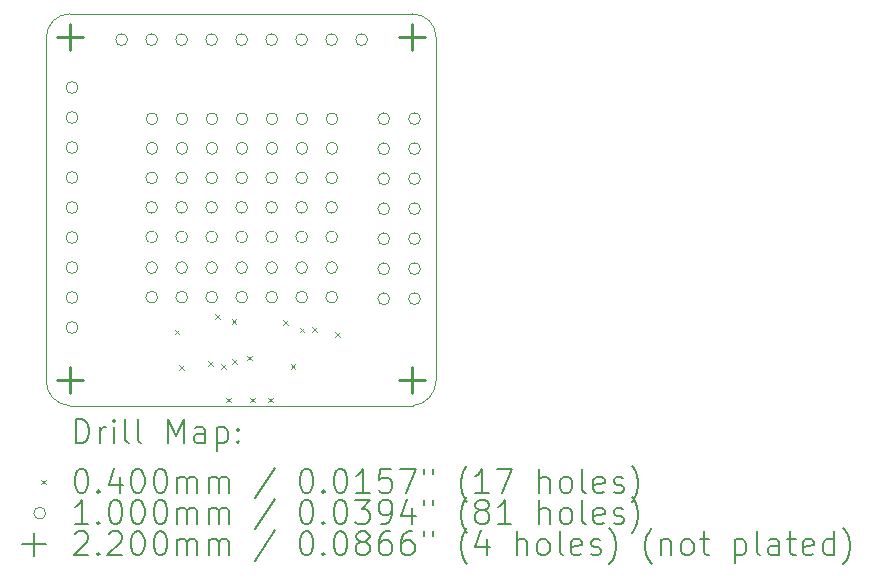
<source format=gbr>
%FSLAX45Y45*%
G04 Gerber Fmt 4.5, Leading zero omitted, Abs format (unit mm)*
G04 Created by KiCad (PCBNEW (6.0.5)) date 2022-07-08 11:42:06*
%MOMM*%
%LPD*%
G01*
G04 APERTURE LIST*
%TA.AperFunction,Profile*%
%ADD10C,0.100000*%
%TD*%
%ADD11C,0.200000*%
%ADD12C,0.040000*%
%ADD13C,0.100000*%
%ADD14C,0.220000*%
G04 APERTURE END LIST*
D10*
X12651579Y-3111421D02*
X12651579Y-6011421D01*
X15755000Y-6230001D02*
G75*
G03*
X15953579Y-6011421I-21010J218581D01*
G01*
X15953579Y-3111421D02*
X15953579Y-6011421D01*
X12853579Y-2911421D02*
X15753579Y-2911421D01*
X15953579Y-3111421D02*
G75*
G03*
X15753579Y-2911421I-199999J1D01*
G01*
X12853579Y-2911419D02*
G75*
G03*
X12651579Y-3111421I1J-202011D01*
G01*
X12651571Y-6011421D02*
G75*
G03*
X12855000Y-6230000I209409J-9059D01*
G01*
X12855000Y-6230000D02*
X15755000Y-6230000D01*
D11*
D12*
X13740000Y-5585000D02*
X13780000Y-5625000D01*
X13780000Y-5585000D02*
X13740000Y-5625000D01*
X13779950Y-5887402D02*
X13819950Y-5927402D01*
X13819950Y-5887402D02*
X13779950Y-5927402D01*
X14020000Y-5850000D02*
X14060000Y-5890000D01*
X14060000Y-5850000D02*
X14020000Y-5890000D01*
X14085000Y-5455000D02*
X14125000Y-5495000D01*
X14125000Y-5455000D02*
X14085000Y-5495000D01*
X14130000Y-5880000D02*
X14170000Y-5920000D01*
X14170000Y-5880000D02*
X14130000Y-5920000D01*
X14175000Y-6160000D02*
X14215000Y-6200000D01*
X14215000Y-6160000D02*
X14175000Y-6200000D01*
X14222147Y-5494036D02*
X14262147Y-5534036D01*
X14262147Y-5494036D02*
X14222147Y-5534036D01*
X14225000Y-5835000D02*
X14265000Y-5875000D01*
X14265000Y-5835000D02*
X14225000Y-5875000D01*
X14355000Y-5805000D02*
X14395000Y-5845000D01*
X14395000Y-5805000D02*
X14355000Y-5845000D01*
X14380000Y-6160000D02*
X14420000Y-6200000D01*
X14420000Y-6160000D02*
X14380000Y-6200000D01*
X14530000Y-6160000D02*
X14570000Y-6200000D01*
X14570000Y-6160000D02*
X14530000Y-6200000D01*
X14659902Y-5505000D02*
X14699902Y-5545000D01*
X14699902Y-5505000D02*
X14659902Y-5545000D01*
X14659902Y-5505000D02*
X14699902Y-5545000D01*
X14699902Y-5505000D02*
X14659902Y-5545000D01*
X14721318Y-5880064D02*
X14761318Y-5920064D01*
X14761318Y-5880064D02*
X14721318Y-5920064D01*
X14798298Y-5569242D02*
X14838298Y-5609242D01*
X14838298Y-5569242D02*
X14798298Y-5609242D01*
X14905000Y-5565000D02*
X14945000Y-5605000D01*
X14945000Y-5565000D02*
X14905000Y-5605000D01*
X15095000Y-5605000D02*
X15135000Y-5645000D01*
X15135000Y-5605000D02*
X15095000Y-5645000D01*
D13*
X12920000Y-3535000D02*
G75*
G03*
X12920000Y-3535000I-50000J0D01*
G01*
X12920000Y-3789000D02*
G75*
G03*
X12920000Y-3789000I-50000J0D01*
G01*
X12920000Y-4043000D02*
G75*
G03*
X12920000Y-4043000I-50000J0D01*
G01*
X12920000Y-4297000D02*
G75*
G03*
X12920000Y-4297000I-50000J0D01*
G01*
X12920000Y-4551000D02*
G75*
G03*
X12920000Y-4551000I-50000J0D01*
G01*
X12920000Y-4805000D02*
G75*
G03*
X12920000Y-4805000I-50000J0D01*
G01*
X12920000Y-5059000D02*
G75*
G03*
X12920000Y-5059000I-50000J0D01*
G01*
X12920000Y-5313000D02*
G75*
G03*
X12920000Y-5313000I-50000J0D01*
G01*
X12920000Y-5567000D02*
G75*
G03*
X12920000Y-5567000I-50000J0D01*
G01*
X13340000Y-3130000D02*
G75*
G03*
X13340000Y-3130000I-50000J0D01*
G01*
X13594000Y-3130000D02*
G75*
G03*
X13594000Y-3130000I-50000J0D01*
G01*
X13595000Y-4300000D02*
G75*
G03*
X13595000Y-4300000I-50000J0D01*
G01*
X13595000Y-4550000D02*
G75*
G03*
X13595000Y-4550000I-50000J0D01*
G01*
X13595000Y-4800000D02*
G75*
G03*
X13595000Y-4800000I-50000J0D01*
G01*
X13595000Y-5060000D02*
G75*
G03*
X13595000Y-5060000I-50000J0D01*
G01*
X13595000Y-5310000D02*
G75*
G03*
X13595000Y-5310000I-50000J0D01*
G01*
X13597500Y-3800000D02*
G75*
G03*
X13597500Y-3800000I-50000J0D01*
G01*
X13597500Y-4050000D02*
G75*
G03*
X13597500Y-4050000I-50000J0D01*
G01*
X13848000Y-3130000D02*
G75*
G03*
X13848000Y-3130000I-50000J0D01*
G01*
X13849000Y-4300000D02*
G75*
G03*
X13849000Y-4300000I-50000J0D01*
G01*
X13849000Y-4550000D02*
G75*
G03*
X13849000Y-4550000I-50000J0D01*
G01*
X13849000Y-4800000D02*
G75*
G03*
X13849000Y-4800000I-50000J0D01*
G01*
X13849000Y-5060000D02*
G75*
G03*
X13849000Y-5060000I-50000J0D01*
G01*
X13849000Y-5310000D02*
G75*
G03*
X13849000Y-5310000I-50000J0D01*
G01*
X13851500Y-3800000D02*
G75*
G03*
X13851500Y-3800000I-50000J0D01*
G01*
X13851500Y-4050000D02*
G75*
G03*
X13851500Y-4050000I-50000J0D01*
G01*
X14102000Y-3130000D02*
G75*
G03*
X14102000Y-3130000I-50000J0D01*
G01*
X14103000Y-4300000D02*
G75*
G03*
X14103000Y-4300000I-50000J0D01*
G01*
X14103000Y-4550000D02*
G75*
G03*
X14103000Y-4550000I-50000J0D01*
G01*
X14103000Y-4800000D02*
G75*
G03*
X14103000Y-4800000I-50000J0D01*
G01*
X14103000Y-5060000D02*
G75*
G03*
X14103000Y-5060000I-50000J0D01*
G01*
X14103000Y-5310000D02*
G75*
G03*
X14103000Y-5310000I-50000J0D01*
G01*
X14105500Y-3800000D02*
G75*
G03*
X14105500Y-3800000I-50000J0D01*
G01*
X14105500Y-4050000D02*
G75*
G03*
X14105500Y-4050000I-50000J0D01*
G01*
X14356000Y-3130000D02*
G75*
G03*
X14356000Y-3130000I-50000J0D01*
G01*
X14357000Y-4300000D02*
G75*
G03*
X14357000Y-4300000I-50000J0D01*
G01*
X14357000Y-4550000D02*
G75*
G03*
X14357000Y-4550000I-50000J0D01*
G01*
X14357000Y-4800000D02*
G75*
G03*
X14357000Y-4800000I-50000J0D01*
G01*
X14357000Y-5060000D02*
G75*
G03*
X14357000Y-5060000I-50000J0D01*
G01*
X14357000Y-5310000D02*
G75*
G03*
X14357000Y-5310000I-50000J0D01*
G01*
X14359500Y-3800000D02*
G75*
G03*
X14359500Y-3800000I-50000J0D01*
G01*
X14359500Y-4050000D02*
G75*
G03*
X14359500Y-4050000I-50000J0D01*
G01*
X14610000Y-3130000D02*
G75*
G03*
X14610000Y-3130000I-50000J0D01*
G01*
X14611000Y-4300000D02*
G75*
G03*
X14611000Y-4300000I-50000J0D01*
G01*
X14611000Y-4550000D02*
G75*
G03*
X14611000Y-4550000I-50000J0D01*
G01*
X14611000Y-4800000D02*
G75*
G03*
X14611000Y-4800000I-50000J0D01*
G01*
X14611000Y-5060000D02*
G75*
G03*
X14611000Y-5060000I-50000J0D01*
G01*
X14611000Y-5310000D02*
G75*
G03*
X14611000Y-5310000I-50000J0D01*
G01*
X14613500Y-3800000D02*
G75*
G03*
X14613500Y-3800000I-50000J0D01*
G01*
X14613500Y-4050000D02*
G75*
G03*
X14613500Y-4050000I-50000J0D01*
G01*
X14864000Y-3130000D02*
G75*
G03*
X14864000Y-3130000I-50000J0D01*
G01*
X14865000Y-4300000D02*
G75*
G03*
X14865000Y-4300000I-50000J0D01*
G01*
X14865000Y-4550000D02*
G75*
G03*
X14865000Y-4550000I-50000J0D01*
G01*
X14865000Y-4800000D02*
G75*
G03*
X14865000Y-4800000I-50000J0D01*
G01*
X14865000Y-5060000D02*
G75*
G03*
X14865000Y-5060000I-50000J0D01*
G01*
X14865000Y-5310000D02*
G75*
G03*
X14865000Y-5310000I-50000J0D01*
G01*
X14867500Y-3800000D02*
G75*
G03*
X14867500Y-3800000I-50000J0D01*
G01*
X14867500Y-4050000D02*
G75*
G03*
X14867500Y-4050000I-50000J0D01*
G01*
X15118000Y-3130000D02*
G75*
G03*
X15118000Y-3130000I-50000J0D01*
G01*
X15119000Y-4300000D02*
G75*
G03*
X15119000Y-4300000I-50000J0D01*
G01*
X15119000Y-4550000D02*
G75*
G03*
X15119000Y-4550000I-50000J0D01*
G01*
X15119000Y-4800000D02*
G75*
G03*
X15119000Y-4800000I-50000J0D01*
G01*
X15119000Y-5060000D02*
G75*
G03*
X15119000Y-5060000I-50000J0D01*
G01*
X15119000Y-5310000D02*
G75*
G03*
X15119000Y-5310000I-50000J0D01*
G01*
X15121500Y-3800000D02*
G75*
G03*
X15121500Y-3800000I-50000J0D01*
G01*
X15121500Y-4050000D02*
G75*
G03*
X15121500Y-4050000I-50000J0D01*
G01*
X15372000Y-3130000D02*
G75*
G03*
X15372000Y-3130000I-50000J0D01*
G01*
X15560000Y-3800000D02*
G75*
G03*
X15560000Y-3800000I-50000J0D01*
G01*
X15560000Y-4054000D02*
G75*
G03*
X15560000Y-4054000I-50000J0D01*
G01*
X15560000Y-4308000D02*
G75*
G03*
X15560000Y-4308000I-50000J0D01*
G01*
X15560000Y-4562000D02*
G75*
G03*
X15560000Y-4562000I-50000J0D01*
G01*
X15560000Y-4816000D02*
G75*
G03*
X15560000Y-4816000I-50000J0D01*
G01*
X15560000Y-5070000D02*
G75*
G03*
X15560000Y-5070000I-50000J0D01*
G01*
X15560000Y-5324000D02*
G75*
G03*
X15560000Y-5324000I-50000J0D01*
G01*
X15820000Y-3800000D02*
G75*
G03*
X15820000Y-3800000I-50000J0D01*
G01*
X15820000Y-4054000D02*
G75*
G03*
X15820000Y-4054000I-50000J0D01*
G01*
X15820000Y-4308000D02*
G75*
G03*
X15820000Y-4308000I-50000J0D01*
G01*
X15820000Y-4562000D02*
G75*
G03*
X15820000Y-4562000I-50000J0D01*
G01*
X15820000Y-4816000D02*
G75*
G03*
X15820000Y-4816000I-50000J0D01*
G01*
X15820000Y-5070000D02*
G75*
G03*
X15820000Y-5070000I-50000J0D01*
G01*
X15820000Y-5324000D02*
G75*
G03*
X15820000Y-5324000I-50000J0D01*
G01*
D14*
X12852000Y-3000421D02*
X12852000Y-3220421D01*
X12742000Y-3110421D02*
X12962000Y-3110421D01*
X12852000Y-5900421D02*
X12852000Y-6120421D01*
X12742000Y-6010421D02*
X12962000Y-6010421D01*
X15752000Y-3000421D02*
X15752000Y-3220421D01*
X15642000Y-3110421D02*
X15862000Y-3110421D01*
X15752000Y-5900421D02*
X15752000Y-6120421D01*
X15642000Y-6010421D02*
X15862000Y-6010421D01*
D11*
X12903994Y-6545476D02*
X12903994Y-6345476D01*
X12951613Y-6345476D01*
X12980184Y-6355000D01*
X12999232Y-6374048D01*
X13008756Y-6393095D01*
X13018279Y-6431190D01*
X13018279Y-6459762D01*
X13008756Y-6497857D01*
X12999232Y-6516905D01*
X12980184Y-6535952D01*
X12951613Y-6545476D01*
X12903994Y-6545476D01*
X13103994Y-6545476D02*
X13103994Y-6412143D01*
X13103994Y-6450238D02*
X13113517Y-6431190D01*
X13123041Y-6421667D01*
X13142089Y-6412143D01*
X13161137Y-6412143D01*
X13227803Y-6545476D02*
X13227803Y-6412143D01*
X13227803Y-6345476D02*
X13218279Y-6355000D01*
X13227803Y-6364524D01*
X13237327Y-6355000D01*
X13227803Y-6345476D01*
X13227803Y-6364524D01*
X13351613Y-6545476D02*
X13332565Y-6535952D01*
X13323041Y-6516905D01*
X13323041Y-6345476D01*
X13456375Y-6545476D02*
X13437327Y-6535952D01*
X13427803Y-6516905D01*
X13427803Y-6345476D01*
X13684946Y-6545476D02*
X13684946Y-6345476D01*
X13751613Y-6488333D01*
X13818279Y-6345476D01*
X13818279Y-6545476D01*
X13999232Y-6545476D02*
X13999232Y-6440714D01*
X13989708Y-6421667D01*
X13970660Y-6412143D01*
X13932565Y-6412143D01*
X13913517Y-6421667D01*
X13999232Y-6535952D02*
X13980184Y-6545476D01*
X13932565Y-6545476D01*
X13913517Y-6535952D01*
X13903994Y-6516905D01*
X13903994Y-6497857D01*
X13913517Y-6478809D01*
X13932565Y-6469286D01*
X13980184Y-6469286D01*
X13999232Y-6459762D01*
X14094470Y-6412143D02*
X14094470Y-6612143D01*
X14094470Y-6421667D02*
X14113517Y-6412143D01*
X14151613Y-6412143D01*
X14170660Y-6421667D01*
X14180184Y-6431190D01*
X14189708Y-6450238D01*
X14189708Y-6507381D01*
X14180184Y-6526428D01*
X14170660Y-6535952D01*
X14151613Y-6545476D01*
X14113517Y-6545476D01*
X14094470Y-6535952D01*
X14275422Y-6526428D02*
X14284946Y-6535952D01*
X14275422Y-6545476D01*
X14265898Y-6535952D01*
X14275422Y-6526428D01*
X14275422Y-6545476D01*
X14275422Y-6421667D02*
X14284946Y-6431190D01*
X14275422Y-6440714D01*
X14265898Y-6431190D01*
X14275422Y-6421667D01*
X14275422Y-6440714D01*
D12*
X12606375Y-6855000D02*
X12646375Y-6895000D01*
X12646375Y-6855000D02*
X12606375Y-6895000D01*
D11*
X12942089Y-6765476D02*
X12961137Y-6765476D01*
X12980184Y-6775000D01*
X12989708Y-6784524D01*
X12999232Y-6803571D01*
X13008756Y-6841667D01*
X13008756Y-6889286D01*
X12999232Y-6927381D01*
X12989708Y-6946428D01*
X12980184Y-6955952D01*
X12961137Y-6965476D01*
X12942089Y-6965476D01*
X12923041Y-6955952D01*
X12913517Y-6946428D01*
X12903994Y-6927381D01*
X12894470Y-6889286D01*
X12894470Y-6841667D01*
X12903994Y-6803571D01*
X12913517Y-6784524D01*
X12923041Y-6775000D01*
X12942089Y-6765476D01*
X13094470Y-6946428D02*
X13103994Y-6955952D01*
X13094470Y-6965476D01*
X13084946Y-6955952D01*
X13094470Y-6946428D01*
X13094470Y-6965476D01*
X13275422Y-6832143D02*
X13275422Y-6965476D01*
X13227803Y-6755952D02*
X13180184Y-6898809D01*
X13303994Y-6898809D01*
X13418279Y-6765476D02*
X13437327Y-6765476D01*
X13456375Y-6775000D01*
X13465898Y-6784524D01*
X13475422Y-6803571D01*
X13484946Y-6841667D01*
X13484946Y-6889286D01*
X13475422Y-6927381D01*
X13465898Y-6946428D01*
X13456375Y-6955952D01*
X13437327Y-6965476D01*
X13418279Y-6965476D01*
X13399232Y-6955952D01*
X13389708Y-6946428D01*
X13380184Y-6927381D01*
X13370660Y-6889286D01*
X13370660Y-6841667D01*
X13380184Y-6803571D01*
X13389708Y-6784524D01*
X13399232Y-6775000D01*
X13418279Y-6765476D01*
X13608756Y-6765476D02*
X13627803Y-6765476D01*
X13646851Y-6775000D01*
X13656375Y-6784524D01*
X13665898Y-6803571D01*
X13675422Y-6841667D01*
X13675422Y-6889286D01*
X13665898Y-6927381D01*
X13656375Y-6946428D01*
X13646851Y-6955952D01*
X13627803Y-6965476D01*
X13608756Y-6965476D01*
X13589708Y-6955952D01*
X13580184Y-6946428D01*
X13570660Y-6927381D01*
X13561137Y-6889286D01*
X13561137Y-6841667D01*
X13570660Y-6803571D01*
X13580184Y-6784524D01*
X13589708Y-6775000D01*
X13608756Y-6765476D01*
X13761137Y-6965476D02*
X13761137Y-6832143D01*
X13761137Y-6851190D02*
X13770660Y-6841667D01*
X13789708Y-6832143D01*
X13818279Y-6832143D01*
X13837327Y-6841667D01*
X13846851Y-6860714D01*
X13846851Y-6965476D01*
X13846851Y-6860714D02*
X13856375Y-6841667D01*
X13875422Y-6832143D01*
X13903994Y-6832143D01*
X13923041Y-6841667D01*
X13932565Y-6860714D01*
X13932565Y-6965476D01*
X14027803Y-6965476D02*
X14027803Y-6832143D01*
X14027803Y-6851190D02*
X14037327Y-6841667D01*
X14056375Y-6832143D01*
X14084946Y-6832143D01*
X14103994Y-6841667D01*
X14113517Y-6860714D01*
X14113517Y-6965476D01*
X14113517Y-6860714D02*
X14123041Y-6841667D01*
X14142089Y-6832143D01*
X14170660Y-6832143D01*
X14189708Y-6841667D01*
X14199232Y-6860714D01*
X14199232Y-6965476D01*
X14589708Y-6755952D02*
X14418279Y-7013095D01*
X14846851Y-6765476D02*
X14865898Y-6765476D01*
X14884946Y-6775000D01*
X14894470Y-6784524D01*
X14903994Y-6803571D01*
X14913517Y-6841667D01*
X14913517Y-6889286D01*
X14903994Y-6927381D01*
X14894470Y-6946428D01*
X14884946Y-6955952D01*
X14865898Y-6965476D01*
X14846851Y-6965476D01*
X14827803Y-6955952D01*
X14818279Y-6946428D01*
X14808756Y-6927381D01*
X14799232Y-6889286D01*
X14799232Y-6841667D01*
X14808756Y-6803571D01*
X14818279Y-6784524D01*
X14827803Y-6775000D01*
X14846851Y-6765476D01*
X14999232Y-6946428D02*
X15008756Y-6955952D01*
X14999232Y-6965476D01*
X14989708Y-6955952D01*
X14999232Y-6946428D01*
X14999232Y-6965476D01*
X15132565Y-6765476D02*
X15151613Y-6765476D01*
X15170660Y-6775000D01*
X15180184Y-6784524D01*
X15189708Y-6803571D01*
X15199232Y-6841667D01*
X15199232Y-6889286D01*
X15189708Y-6927381D01*
X15180184Y-6946428D01*
X15170660Y-6955952D01*
X15151613Y-6965476D01*
X15132565Y-6965476D01*
X15113517Y-6955952D01*
X15103994Y-6946428D01*
X15094470Y-6927381D01*
X15084946Y-6889286D01*
X15084946Y-6841667D01*
X15094470Y-6803571D01*
X15103994Y-6784524D01*
X15113517Y-6775000D01*
X15132565Y-6765476D01*
X15389708Y-6965476D02*
X15275422Y-6965476D01*
X15332565Y-6965476D02*
X15332565Y-6765476D01*
X15313517Y-6794048D01*
X15294470Y-6813095D01*
X15275422Y-6822619D01*
X15570660Y-6765476D02*
X15475422Y-6765476D01*
X15465898Y-6860714D01*
X15475422Y-6851190D01*
X15494470Y-6841667D01*
X15542089Y-6841667D01*
X15561137Y-6851190D01*
X15570660Y-6860714D01*
X15580184Y-6879762D01*
X15580184Y-6927381D01*
X15570660Y-6946428D01*
X15561137Y-6955952D01*
X15542089Y-6965476D01*
X15494470Y-6965476D01*
X15475422Y-6955952D01*
X15465898Y-6946428D01*
X15646851Y-6765476D02*
X15780184Y-6765476D01*
X15694470Y-6965476D01*
X15846851Y-6765476D02*
X15846851Y-6803571D01*
X15923041Y-6765476D02*
X15923041Y-6803571D01*
X16218279Y-7041667D02*
X16208756Y-7032143D01*
X16189708Y-7003571D01*
X16180184Y-6984524D01*
X16170660Y-6955952D01*
X16161137Y-6908333D01*
X16161137Y-6870238D01*
X16170660Y-6822619D01*
X16180184Y-6794048D01*
X16189708Y-6775000D01*
X16208756Y-6746428D01*
X16218279Y-6736905D01*
X16399232Y-6965476D02*
X16284946Y-6965476D01*
X16342089Y-6965476D02*
X16342089Y-6765476D01*
X16323041Y-6794048D01*
X16303994Y-6813095D01*
X16284946Y-6822619D01*
X16465898Y-6765476D02*
X16599232Y-6765476D01*
X16513517Y-6965476D01*
X16827803Y-6965476D02*
X16827803Y-6765476D01*
X16913518Y-6965476D02*
X16913518Y-6860714D01*
X16903994Y-6841667D01*
X16884946Y-6832143D01*
X16856375Y-6832143D01*
X16837327Y-6841667D01*
X16827803Y-6851190D01*
X17037327Y-6965476D02*
X17018279Y-6955952D01*
X17008756Y-6946428D01*
X16999232Y-6927381D01*
X16999232Y-6870238D01*
X17008756Y-6851190D01*
X17018279Y-6841667D01*
X17037327Y-6832143D01*
X17065899Y-6832143D01*
X17084946Y-6841667D01*
X17094470Y-6851190D01*
X17103994Y-6870238D01*
X17103994Y-6927381D01*
X17094470Y-6946428D01*
X17084946Y-6955952D01*
X17065899Y-6965476D01*
X17037327Y-6965476D01*
X17218279Y-6965476D02*
X17199232Y-6955952D01*
X17189708Y-6936905D01*
X17189708Y-6765476D01*
X17370660Y-6955952D02*
X17351613Y-6965476D01*
X17313518Y-6965476D01*
X17294470Y-6955952D01*
X17284946Y-6936905D01*
X17284946Y-6860714D01*
X17294470Y-6841667D01*
X17313518Y-6832143D01*
X17351613Y-6832143D01*
X17370660Y-6841667D01*
X17380184Y-6860714D01*
X17380184Y-6879762D01*
X17284946Y-6898809D01*
X17456375Y-6955952D02*
X17475422Y-6965476D01*
X17513518Y-6965476D01*
X17532565Y-6955952D01*
X17542089Y-6936905D01*
X17542089Y-6927381D01*
X17532565Y-6908333D01*
X17513518Y-6898809D01*
X17484946Y-6898809D01*
X17465899Y-6889286D01*
X17456375Y-6870238D01*
X17456375Y-6860714D01*
X17465899Y-6841667D01*
X17484946Y-6832143D01*
X17513518Y-6832143D01*
X17532565Y-6841667D01*
X17608756Y-7041667D02*
X17618279Y-7032143D01*
X17637327Y-7003571D01*
X17646851Y-6984524D01*
X17656375Y-6955952D01*
X17665899Y-6908333D01*
X17665899Y-6870238D01*
X17656375Y-6822619D01*
X17646851Y-6794048D01*
X17637327Y-6775000D01*
X17618279Y-6746428D01*
X17608756Y-6736905D01*
D13*
X12646375Y-7139000D02*
G75*
G03*
X12646375Y-7139000I-50000J0D01*
G01*
D11*
X13008756Y-7229476D02*
X12894470Y-7229476D01*
X12951613Y-7229476D02*
X12951613Y-7029476D01*
X12932565Y-7058048D01*
X12913517Y-7077095D01*
X12894470Y-7086619D01*
X13094470Y-7210428D02*
X13103994Y-7219952D01*
X13094470Y-7229476D01*
X13084946Y-7219952D01*
X13094470Y-7210428D01*
X13094470Y-7229476D01*
X13227803Y-7029476D02*
X13246851Y-7029476D01*
X13265898Y-7039000D01*
X13275422Y-7048524D01*
X13284946Y-7067571D01*
X13294470Y-7105667D01*
X13294470Y-7153286D01*
X13284946Y-7191381D01*
X13275422Y-7210428D01*
X13265898Y-7219952D01*
X13246851Y-7229476D01*
X13227803Y-7229476D01*
X13208756Y-7219952D01*
X13199232Y-7210428D01*
X13189708Y-7191381D01*
X13180184Y-7153286D01*
X13180184Y-7105667D01*
X13189708Y-7067571D01*
X13199232Y-7048524D01*
X13208756Y-7039000D01*
X13227803Y-7029476D01*
X13418279Y-7029476D02*
X13437327Y-7029476D01*
X13456375Y-7039000D01*
X13465898Y-7048524D01*
X13475422Y-7067571D01*
X13484946Y-7105667D01*
X13484946Y-7153286D01*
X13475422Y-7191381D01*
X13465898Y-7210428D01*
X13456375Y-7219952D01*
X13437327Y-7229476D01*
X13418279Y-7229476D01*
X13399232Y-7219952D01*
X13389708Y-7210428D01*
X13380184Y-7191381D01*
X13370660Y-7153286D01*
X13370660Y-7105667D01*
X13380184Y-7067571D01*
X13389708Y-7048524D01*
X13399232Y-7039000D01*
X13418279Y-7029476D01*
X13608756Y-7029476D02*
X13627803Y-7029476D01*
X13646851Y-7039000D01*
X13656375Y-7048524D01*
X13665898Y-7067571D01*
X13675422Y-7105667D01*
X13675422Y-7153286D01*
X13665898Y-7191381D01*
X13656375Y-7210428D01*
X13646851Y-7219952D01*
X13627803Y-7229476D01*
X13608756Y-7229476D01*
X13589708Y-7219952D01*
X13580184Y-7210428D01*
X13570660Y-7191381D01*
X13561137Y-7153286D01*
X13561137Y-7105667D01*
X13570660Y-7067571D01*
X13580184Y-7048524D01*
X13589708Y-7039000D01*
X13608756Y-7029476D01*
X13761137Y-7229476D02*
X13761137Y-7096143D01*
X13761137Y-7115190D02*
X13770660Y-7105667D01*
X13789708Y-7096143D01*
X13818279Y-7096143D01*
X13837327Y-7105667D01*
X13846851Y-7124714D01*
X13846851Y-7229476D01*
X13846851Y-7124714D02*
X13856375Y-7105667D01*
X13875422Y-7096143D01*
X13903994Y-7096143D01*
X13923041Y-7105667D01*
X13932565Y-7124714D01*
X13932565Y-7229476D01*
X14027803Y-7229476D02*
X14027803Y-7096143D01*
X14027803Y-7115190D02*
X14037327Y-7105667D01*
X14056375Y-7096143D01*
X14084946Y-7096143D01*
X14103994Y-7105667D01*
X14113517Y-7124714D01*
X14113517Y-7229476D01*
X14113517Y-7124714D02*
X14123041Y-7105667D01*
X14142089Y-7096143D01*
X14170660Y-7096143D01*
X14189708Y-7105667D01*
X14199232Y-7124714D01*
X14199232Y-7229476D01*
X14589708Y-7019952D02*
X14418279Y-7277095D01*
X14846851Y-7029476D02*
X14865898Y-7029476D01*
X14884946Y-7039000D01*
X14894470Y-7048524D01*
X14903994Y-7067571D01*
X14913517Y-7105667D01*
X14913517Y-7153286D01*
X14903994Y-7191381D01*
X14894470Y-7210428D01*
X14884946Y-7219952D01*
X14865898Y-7229476D01*
X14846851Y-7229476D01*
X14827803Y-7219952D01*
X14818279Y-7210428D01*
X14808756Y-7191381D01*
X14799232Y-7153286D01*
X14799232Y-7105667D01*
X14808756Y-7067571D01*
X14818279Y-7048524D01*
X14827803Y-7039000D01*
X14846851Y-7029476D01*
X14999232Y-7210428D02*
X15008756Y-7219952D01*
X14999232Y-7229476D01*
X14989708Y-7219952D01*
X14999232Y-7210428D01*
X14999232Y-7229476D01*
X15132565Y-7029476D02*
X15151613Y-7029476D01*
X15170660Y-7039000D01*
X15180184Y-7048524D01*
X15189708Y-7067571D01*
X15199232Y-7105667D01*
X15199232Y-7153286D01*
X15189708Y-7191381D01*
X15180184Y-7210428D01*
X15170660Y-7219952D01*
X15151613Y-7229476D01*
X15132565Y-7229476D01*
X15113517Y-7219952D01*
X15103994Y-7210428D01*
X15094470Y-7191381D01*
X15084946Y-7153286D01*
X15084946Y-7105667D01*
X15094470Y-7067571D01*
X15103994Y-7048524D01*
X15113517Y-7039000D01*
X15132565Y-7029476D01*
X15265898Y-7029476D02*
X15389708Y-7029476D01*
X15323041Y-7105667D01*
X15351613Y-7105667D01*
X15370660Y-7115190D01*
X15380184Y-7124714D01*
X15389708Y-7143762D01*
X15389708Y-7191381D01*
X15380184Y-7210428D01*
X15370660Y-7219952D01*
X15351613Y-7229476D01*
X15294470Y-7229476D01*
X15275422Y-7219952D01*
X15265898Y-7210428D01*
X15484946Y-7229476D02*
X15523041Y-7229476D01*
X15542089Y-7219952D01*
X15551613Y-7210428D01*
X15570660Y-7181857D01*
X15580184Y-7143762D01*
X15580184Y-7067571D01*
X15570660Y-7048524D01*
X15561137Y-7039000D01*
X15542089Y-7029476D01*
X15503994Y-7029476D01*
X15484946Y-7039000D01*
X15475422Y-7048524D01*
X15465898Y-7067571D01*
X15465898Y-7115190D01*
X15475422Y-7134238D01*
X15484946Y-7143762D01*
X15503994Y-7153286D01*
X15542089Y-7153286D01*
X15561137Y-7143762D01*
X15570660Y-7134238D01*
X15580184Y-7115190D01*
X15751613Y-7096143D02*
X15751613Y-7229476D01*
X15703994Y-7019952D02*
X15656375Y-7162809D01*
X15780184Y-7162809D01*
X15846851Y-7029476D02*
X15846851Y-7067571D01*
X15923041Y-7029476D02*
X15923041Y-7067571D01*
X16218279Y-7305667D02*
X16208756Y-7296143D01*
X16189708Y-7267571D01*
X16180184Y-7248524D01*
X16170660Y-7219952D01*
X16161137Y-7172333D01*
X16161137Y-7134238D01*
X16170660Y-7086619D01*
X16180184Y-7058048D01*
X16189708Y-7039000D01*
X16208756Y-7010428D01*
X16218279Y-7000905D01*
X16323041Y-7115190D02*
X16303994Y-7105667D01*
X16294470Y-7096143D01*
X16284946Y-7077095D01*
X16284946Y-7067571D01*
X16294470Y-7048524D01*
X16303994Y-7039000D01*
X16323041Y-7029476D01*
X16361137Y-7029476D01*
X16380184Y-7039000D01*
X16389708Y-7048524D01*
X16399232Y-7067571D01*
X16399232Y-7077095D01*
X16389708Y-7096143D01*
X16380184Y-7105667D01*
X16361137Y-7115190D01*
X16323041Y-7115190D01*
X16303994Y-7124714D01*
X16294470Y-7134238D01*
X16284946Y-7153286D01*
X16284946Y-7191381D01*
X16294470Y-7210428D01*
X16303994Y-7219952D01*
X16323041Y-7229476D01*
X16361137Y-7229476D01*
X16380184Y-7219952D01*
X16389708Y-7210428D01*
X16399232Y-7191381D01*
X16399232Y-7153286D01*
X16389708Y-7134238D01*
X16380184Y-7124714D01*
X16361137Y-7115190D01*
X16589708Y-7229476D02*
X16475422Y-7229476D01*
X16532565Y-7229476D02*
X16532565Y-7029476D01*
X16513517Y-7058048D01*
X16494470Y-7077095D01*
X16475422Y-7086619D01*
X16827803Y-7229476D02*
X16827803Y-7029476D01*
X16913518Y-7229476D02*
X16913518Y-7124714D01*
X16903994Y-7105667D01*
X16884946Y-7096143D01*
X16856375Y-7096143D01*
X16837327Y-7105667D01*
X16827803Y-7115190D01*
X17037327Y-7229476D02*
X17018279Y-7219952D01*
X17008756Y-7210428D01*
X16999232Y-7191381D01*
X16999232Y-7134238D01*
X17008756Y-7115190D01*
X17018279Y-7105667D01*
X17037327Y-7096143D01*
X17065899Y-7096143D01*
X17084946Y-7105667D01*
X17094470Y-7115190D01*
X17103994Y-7134238D01*
X17103994Y-7191381D01*
X17094470Y-7210428D01*
X17084946Y-7219952D01*
X17065899Y-7229476D01*
X17037327Y-7229476D01*
X17218279Y-7229476D02*
X17199232Y-7219952D01*
X17189708Y-7200905D01*
X17189708Y-7029476D01*
X17370660Y-7219952D02*
X17351613Y-7229476D01*
X17313518Y-7229476D01*
X17294470Y-7219952D01*
X17284946Y-7200905D01*
X17284946Y-7124714D01*
X17294470Y-7105667D01*
X17313518Y-7096143D01*
X17351613Y-7096143D01*
X17370660Y-7105667D01*
X17380184Y-7124714D01*
X17380184Y-7143762D01*
X17284946Y-7162809D01*
X17456375Y-7219952D02*
X17475422Y-7229476D01*
X17513518Y-7229476D01*
X17532565Y-7219952D01*
X17542089Y-7200905D01*
X17542089Y-7191381D01*
X17532565Y-7172333D01*
X17513518Y-7162809D01*
X17484946Y-7162809D01*
X17465899Y-7153286D01*
X17456375Y-7134238D01*
X17456375Y-7124714D01*
X17465899Y-7105667D01*
X17484946Y-7096143D01*
X17513518Y-7096143D01*
X17532565Y-7105667D01*
X17608756Y-7305667D02*
X17618279Y-7296143D01*
X17637327Y-7267571D01*
X17646851Y-7248524D01*
X17656375Y-7219952D01*
X17665899Y-7172333D01*
X17665899Y-7134238D01*
X17656375Y-7086619D01*
X17646851Y-7058048D01*
X17637327Y-7039000D01*
X17618279Y-7010428D01*
X17608756Y-7000905D01*
X12546375Y-7303000D02*
X12546375Y-7503000D01*
X12446375Y-7403000D02*
X12646375Y-7403000D01*
X12894470Y-7312524D02*
X12903994Y-7303000D01*
X12923041Y-7293476D01*
X12970660Y-7293476D01*
X12989708Y-7303000D01*
X12999232Y-7312524D01*
X13008756Y-7331571D01*
X13008756Y-7350619D01*
X12999232Y-7379190D01*
X12884946Y-7493476D01*
X13008756Y-7493476D01*
X13094470Y-7474428D02*
X13103994Y-7483952D01*
X13094470Y-7493476D01*
X13084946Y-7483952D01*
X13094470Y-7474428D01*
X13094470Y-7493476D01*
X13180184Y-7312524D02*
X13189708Y-7303000D01*
X13208756Y-7293476D01*
X13256375Y-7293476D01*
X13275422Y-7303000D01*
X13284946Y-7312524D01*
X13294470Y-7331571D01*
X13294470Y-7350619D01*
X13284946Y-7379190D01*
X13170660Y-7493476D01*
X13294470Y-7493476D01*
X13418279Y-7293476D02*
X13437327Y-7293476D01*
X13456375Y-7303000D01*
X13465898Y-7312524D01*
X13475422Y-7331571D01*
X13484946Y-7369667D01*
X13484946Y-7417286D01*
X13475422Y-7455381D01*
X13465898Y-7474428D01*
X13456375Y-7483952D01*
X13437327Y-7493476D01*
X13418279Y-7493476D01*
X13399232Y-7483952D01*
X13389708Y-7474428D01*
X13380184Y-7455381D01*
X13370660Y-7417286D01*
X13370660Y-7369667D01*
X13380184Y-7331571D01*
X13389708Y-7312524D01*
X13399232Y-7303000D01*
X13418279Y-7293476D01*
X13608756Y-7293476D02*
X13627803Y-7293476D01*
X13646851Y-7303000D01*
X13656375Y-7312524D01*
X13665898Y-7331571D01*
X13675422Y-7369667D01*
X13675422Y-7417286D01*
X13665898Y-7455381D01*
X13656375Y-7474428D01*
X13646851Y-7483952D01*
X13627803Y-7493476D01*
X13608756Y-7493476D01*
X13589708Y-7483952D01*
X13580184Y-7474428D01*
X13570660Y-7455381D01*
X13561137Y-7417286D01*
X13561137Y-7369667D01*
X13570660Y-7331571D01*
X13580184Y-7312524D01*
X13589708Y-7303000D01*
X13608756Y-7293476D01*
X13761137Y-7493476D02*
X13761137Y-7360143D01*
X13761137Y-7379190D02*
X13770660Y-7369667D01*
X13789708Y-7360143D01*
X13818279Y-7360143D01*
X13837327Y-7369667D01*
X13846851Y-7388714D01*
X13846851Y-7493476D01*
X13846851Y-7388714D02*
X13856375Y-7369667D01*
X13875422Y-7360143D01*
X13903994Y-7360143D01*
X13923041Y-7369667D01*
X13932565Y-7388714D01*
X13932565Y-7493476D01*
X14027803Y-7493476D02*
X14027803Y-7360143D01*
X14027803Y-7379190D02*
X14037327Y-7369667D01*
X14056375Y-7360143D01*
X14084946Y-7360143D01*
X14103994Y-7369667D01*
X14113517Y-7388714D01*
X14113517Y-7493476D01*
X14113517Y-7388714D02*
X14123041Y-7369667D01*
X14142089Y-7360143D01*
X14170660Y-7360143D01*
X14189708Y-7369667D01*
X14199232Y-7388714D01*
X14199232Y-7493476D01*
X14589708Y-7283952D02*
X14418279Y-7541095D01*
X14846851Y-7293476D02*
X14865898Y-7293476D01*
X14884946Y-7303000D01*
X14894470Y-7312524D01*
X14903994Y-7331571D01*
X14913517Y-7369667D01*
X14913517Y-7417286D01*
X14903994Y-7455381D01*
X14894470Y-7474428D01*
X14884946Y-7483952D01*
X14865898Y-7493476D01*
X14846851Y-7493476D01*
X14827803Y-7483952D01*
X14818279Y-7474428D01*
X14808756Y-7455381D01*
X14799232Y-7417286D01*
X14799232Y-7369667D01*
X14808756Y-7331571D01*
X14818279Y-7312524D01*
X14827803Y-7303000D01*
X14846851Y-7293476D01*
X14999232Y-7474428D02*
X15008756Y-7483952D01*
X14999232Y-7493476D01*
X14989708Y-7483952D01*
X14999232Y-7474428D01*
X14999232Y-7493476D01*
X15132565Y-7293476D02*
X15151613Y-7293476D01*
X15170660Y-7303000D01*
X15180184Y-7312524D01*
X15189708Y-7331571D01*
X15199232Y-7369667D01*
X15199232Y-7417286D01*
X15189708Y-7455381D01*
X15180184Y-7474428D01*
X15170660Y-7483952D01*
X15151613Y-7493476D01*
X15132565Y-7493476D01*
X15113517Y-7483952D01*
X15103994Y-7474428D01*
X15094470Y-7455381D01*
X15084946Y-7417286D01*
X15084946Y-7369667D01*
X15094470Y-7331571D01*
X15103994Y-7312524D01*
X15113517Y-7303000D01*
X15132565Y-7293476D01*
X15313517Y-7379190D02*
X15294470Y-7369667D01*
X15284946Y-7360143D01*
X15275422Y-7341095D01*
X15275422Y-7331571D01*
X15284946Y-7312524D01*
X15294470Y-7303000D01*
X15313517Y-7293476D01*
X15351613Y-7293476D01*
X15370660Y-7303000D01*
X15380184Y-7312524D01*
X15389708Y-7331571D01*
X15389708Y-7341095D01*
X15380184Y-7360143D01*
X15370660Y-7369667D01*
X15351613Y-7379190D01*
X15313517Y-7379190D01*
X15294470Y-7388714D01*
X15284946Y-7398238D01*
X15275422Y-7417286D01*
X15275422Y-7455381D01*
X15284946Y-7474428D01*
X15294470Y-7483952D01*
X15313517Y-7493476D01*
X15351613Y-7493476D01*
X15370660Y-7483952D01*
X15380184Y-7474428D01*
X15389708Y-7455381D01*
X15389708Y-7417286D01*
X15380184Y-7398238D01*
X15370660Y-7388714D01*
X15351613Y-7379190D01*
X15561137Y-7293476D02*
X15523041Y-7293476D01*
X15503994Y-7303000D01*
X15494470Y-7312524D01*
X15475422Y-7341095D01*
X15465898Y-7379190D01*
X15465898Y-7455381D01*
X15475422Y-7474428D01*
X15484946Y-7483952D01*
X15503994Y-7493476D01*
X15542089Y-7493476D01*
X15561137Y-7483952D01*
X15570660Y-7474428D01*
X15580184Y-7455381D01*
X15580184Y-7407762D01*
X15570660Y-7388714D01*
X15561137Y-7379190D01*
X15542089Y-7369667D01*
X15503994Y-7369667D01*
X15484946Y-7379190D01*
X15475422Y-7388714D01*
X15465898Y-7407762D01*
X15751613Y-7293476D02*
X15713517Y-7293476D01*
X15694470Y-7303000D01*
X15684946Y-7312524D01*
X15665898Y-7341095D01*
X15656375Y-7379190D01*
X15656375Y-7455381D01*
X15665898Y-7474428D01*
X15675422Y-7483952D01*
X15694470Y-7493476D01*
X15732565Y-7493476D01*
X15751613Y-7483952D01*
X15761137Y-7474428D01*
X15770660Y-7455381D01*
X15770660Y-7407762D01*
X15761137Y-7388714D01*
X15751613Y-7379190D01*
X15732565Y-7369667D01*
X15694470Y-7369667D01*
X15675422Y-7379190D01*
X15665898Y-7388714D01*
X15656375Y-7407762D01*
X15846851Y-7293476D02*
X15846851Y-7331571D01*
X15923041Y-7293476D02*
X15923041Y-7331571D01*
X16218279Y-7569667D02*
X16208756Y-7560143D01*
X16189708Y-7531571D01*
X16180184Y-7512524D01*
X16170660Y-7483952D01*
X16161137Y-7436333D01*
X16161137Y-7398238D01*
X16170660Y-7350619D01*
X16180184Y-7322048D01*
X16189708Y-7303000D01*
X16208756Y-7274428D01*
X16218279Y-7264905D01*
X16380184Y-7360143D02*
X16380184Y-7493476D01*
X16332565Y-7283952D02*
X16284946Y-7426809D01*
X16408756Y-7426809D01*
X16637327Y-7493476D02*
X16637327Y-7293476D01*
X16723041Y-7493476D02*
X16723041Y-7388714D01*
X16713517Y-7369667D01*
X16694470Y-7360143D01*
X16665898Y-7360143D01*
X16646851Y-7369667D01*
X16637327Y-7379190D01*
X16846851Y-7493476D02*
X16827803Y-7483952D01*
X16818279Y-7474428D01*
X16808756Y-7455381D01*
X16808756Y-7398238D01*
X16818279Y-7379190D01*
X16827803Y-7369667D01*
X16846851Y-7360143D01*
X16875422Y-7360143D01*
X16894470Y-7369667D01*
X16903994Y-7379190D01*
X16913518Y-7398238D01*
X16913518Y-7455381D01*
X16903994Y-7474428D01*
X16894470Y-7483952D01*
X16875422Y-7493476D01*
X16846851Y-7493476D01*
X17027803Y-7493476D02*
X17008756Y-7483952D01*
X16999232Y-7464905D01*
X16999232Y-7293476D01*
X17180184Y-7483952D02*
X17161137Y-7493476D01*
X17123041Y-7493476D01*
X17103994Y-7483952D01*
X17094470Y-7464905D01*
X17094470Y-7388714D01*
X17103994Y-7369667D01*
X17123041Y-7360143D01*
X17161137Y-7360143D01*
X17180184Y-7369667D01*
X17189708Y-7388714D01*
X17189708Y-7407762D01*
X17094470Y-7426809D01*
X17265899Y-7483952D02*
X17284946Y-7493476D01*
X17323041Y-7493476D01*
X17342089Y-7483952D01*
X17351613Y-7464905D01*
X17351613Y-7455381D01*
X17342089Y-7436333D01*
X17323041Y-7426809D01*
X17294470Y-7426809D01*
X17275422Y-7417286D01*
X17265899Y-7398238D01*
X17265899Y-7388714D01*
X17275422Y-7369667D01*
X17294470Y-7360143D01*
X17323041Y-7360143D01*
X17342089Y-7369667D01*
X17418279Y-7569667D02*
X17427803Y-7560143D01*
X17446851Y-7531571D01*
X17456375Y-7512524D01*
X17465899Y-7483952D01*
X17475422Y-7436333D01*
X17475422Y-7398238D01*
X17465899Y-7350619D01*
X17456375Y-7322048D01*
X17446851Y-7303000D01*
X17427803Y-7274428D01*
X17418279Y-7264905D01*
X17780184Y-7569667D02*
X17770660Y-7560143D01*
X17751613Y-7531571D01*
X17742089Y-7512524D01*
X17732565Y-7483952D01*
X17723041Y-7436333D01*
X17723041Y-7398238D01*
X17732565Y-7350619D01*
X17742089Y-7322048D01*
X17751613Y-7303000D01*
X17770660Y-7274428D01*
X17780184Y-7264905D01*
X17856375Y-7360143D02*
X17856375Y-7493476D01*
X17856375Y-7379190D02*
X17865899Y-7369667D01*
X17884946Y-7360143D01*
X17913518Y-7360143D01*
X17932565Y-7369667D01*
X17942089Y-7388714D01*
X17942089Y-7493476D01*
X18065899Y-7493476D02*
X18046851Y-7483952D01*
X18037327Y-7474428D01*
X18027803Y-7455381D01*
X18027803Y-7398238D01*
X18037327Y-7379190D01*
X18046851Y-7369667D01*
X18065899Y-7360143D01*
X18094470Y-7360143D01*
X18113518Y-7369667D01*
X18123041Y-7379190D01*
X18132565Y-7398238D01*
X18132565Y-7455381D01*
X18123041Y-7474428D01*
X18113518Y-7483952D01*
X18094470Y-7493476D01*
X18065899Y-7493476D01*
X18189708Y-7360143D02*
X18265899Y-7360143D01*
X18218279Y-7293476D02*
X18218279Y-7464905D01*
X18227803Y-7483952D01*
X18246851Y-7493476D01*
X18265899Y-7493476D01*
X18484946Y-7360143D02*
X18484946Y-7560143D01*
X18484946Y-7369667D02*
X18503994Y-7360143D01*
X18542089Y-7360143D01*
X18561137Y-7369667D01*
X18570660Y-7379190D01*
X18580184Y-7398238D01*
X18580184Y-7455381D01*
X18570660Y-7474428D01*
X18561137Y-7483952D01*
X18542089Y-7493476D01*
X18503994Y-7493476D01*
X18484946Y-7483952D01*
X18694470Y-7493476D02*
X18675422Y-7483952D01*
X18665899Y-7464905D01*
X18665899Y-7293476D01*
X18856375Y-7493476D02*
X18856375Y-7388714D01*
X18846851Y-7369667D01*
X18827803Y-7360143D01*
X18789708Y-7360143D01*
X18770660Y-7369667D01*
X18856375Y-7483952D02*
X18837327Y-7493476D01*
X18789708Y-7493476D01*
X18770660Y-7483952D01*
X18761137Y-7464905D01*
X18761137Y-7445857D01*
X18770660Y-7426809D01*
X18789708Y-7417286D01*
X18837327Y-7417286D01*
X18856375Y-7407762D01*
X18923041Y-7360143D02*
X18999232Y-7360143D01*
X18951613Y-7293476D02*
X18951613Y-7464905D01*
X18961137Y-7483952D01*
X18980184Y-7493476D01*
X18999232Y-7493476D01*
X19142089Y-7483952D02*
X19123041Y-7493476D01*
X19084946Y-7493476D01*
X19065899Y-7483952D01*
X19056375Y-7464905D01*
X19056375Y-7388714D01*
X19065899Y-7369667D01*
X19084946Y-7360143D01*
X19123041Y-7360143D01*
X19142089Y-7369667D01*
X19151613Y-7388714D01*
X19151613Y-7407762D01*
X19056375Y-7426809D01*
X19323041Y-7493476D02*
X19323041Y-7293476D01*
X19323041Y-7483952D02*
X19303994Y-7493476D01*
X19265899Y-7493476D01*
X19246851Y-7483952D01*
X19237327Y-7474428D01*
X19227803Y-7455381D01*
X19227803Y-7398238D01*
X19237327Y-7379190D01*
X19246851Y-7369667D01*
X19265899Y-7360143D01*
X19303994Y-7360143D01*
X19323041Y-7369667D01*
X19399232Y-7569667D02*
X19408756Y-7560143D01*
X19427803Y-7531571D01*
X19437327Y-7512524D01*
X19446851Y-7483952D01*
X19456375Y-7436333D01*
X19456375Y-7398238D01*
X19446851Y-7350619D01*
X19437327Y-7322048D01*
X19427803Y-7303000D01*
X19408756Y-7274428D01*
X19399232Y-7264905D01*
M02*

</source>
